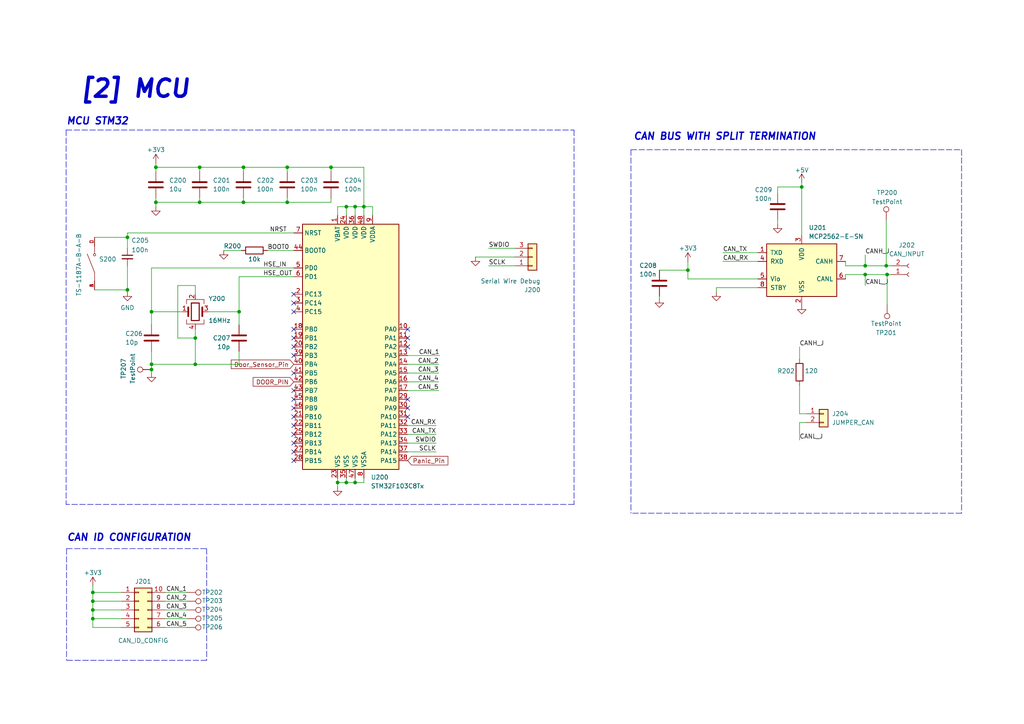
<source format=kicad_sch>
(kicad_sch (version 20211123) (generator eeschema)
  (paper "A4")
  (lib_symbols
    (symbol "Connector:Conn_01x02_Female" (pin_names (offset 1.016) hide)
      (property "Reference" "J" (at 0 2.54 0))
      (property "Value" "Conn_01x02_Female" (at 0 -5.08 0))
      (symbol "Conn_01x02_Female_1_1"
        (arc (start 0 -2.032) (mid -0.508 -2.54) (end 0 -3.048) (stroke (width 0.1524)))
        (polyline (pts (xy -1.27 -2.54) (xy -0.508 -2.54)) (stroke (width 0.1524)))
        (polyline (pts (xy -1.27 0) (xy -0.508 0)) (stroke (width 0.1524)))
        (arc (start 0 0.508) (mid -0.508 0) (end 0 -0.508) (stroke (width 0.1524)))
        (pin passive line (at -5.08 0 0) (length 3.81) (name "Pin_1") (number "1"))
        (pin passive line (at -5.08 -2.54 0) (length 3.81) (name "Pin_2") (number "2"))
      )
    )
    (symbol "Connector:TestPoint" (pin_numbers hide) (pin_names (offset 0.762) hide)
      (property "Reference" "TP" (at 0 6.858 0))
      (property "Value" "TestPoint" (at 0 5.08 0))
      (symbol "TestPoint_0_1"
        (circle (center 0 3.302) (radius 0.762))
      )
      (symbol "TestPoint_1_1"
        (pin passive line (at 0 0 90) (length 2.54) (name "1") (number "1"))
      )
    )
    (symbol "Connector_Generic:Conn_01x02" (pin_names (offset 1.016) hide)
      (property "Reference" "J" (at 0 2.54 0))
      (property "Value" "Conn_01x02" (at 0 -5.08 0))
      (symbol "Conn_01x02_1_1"
        (rectangle (start -1.27 -2.413) (end 0 -2.667) (stroke (width 0.1524)))
        (rectangle (start -1.27 0.127) (end 0 -0.127) (stroke (width 0.1524)))
        (rectangle (start -1.27 1.27) (end 1.27 -3.81) (stroke (width 0.254)) (fill (type background)))
        (pin passive line (at -5.08 0 0) (length 3.81) (name "Pin_1") (number "1"))
        (pin passive line (at -5.08 -2.54 0) (length 3.81) (name "Pin_2") (number "2"))
      )
    )
    (symbol "Connector_Generic:Conn_01x03" (pin_names (offset 1.016) hide)
      (property "Reference" "J" (at 0 5.08 0))
      (property "Value" "Conn_01x03" (at 0 -5.08 0))
      (symbol "Conn_01x03_1_1"
        (rectangle (start -1.27 -2.413) (end 0 -2.667) (stroke (width 0.1524)))
        (rectangle (start -1.27 0.127) (end 0 -0.127) (stroke (width 0.1524)))
        (rectangle (start -1.27 2.667) (end 0 2.413) (stroke (width 0.1524)))
        (rectangle (start -1.27 3.81) (end 1.27 -3.81) (stroke (width 0.254)) (fill (type background)))
        (pin passive line (at -5.08 2.54 0) (length 3.81) (name "Pin_1") (number "1"))
        (pin passive line (at -5.08 0 0) (length 3.81) (name "Pin_2") (number "2"))
        (pin passive line (at -5.08 -2.54 0) (length 3.81) (name "Pin_3") (number "3"))
      )
    )
    (symbol "Connector_Generic:Conn_02x05_Counter_Clockwise" (pin_names (offset 1.016) hide)
      (property "Reference" "J" (at 1.27 7.62 0))
      (property "Value" "Conn_02x05_Counter_Clockwise" (at 1.27 -7.62 0))
      (symbol "Conn_02x05_Counter_Clockwise_1_1"
        (rectangle (start -1.27 -4.953) (end 0 -5.207) (stroke (width 0.1524)))
        (rectangle (start -1.27 -2.413) (end 0 -2.667) (stroke (width 0.1524)))
        (rectangle (start -1.27 0.127) (end 0 -0.127) (stroke (width 0.1524)))
        (rectangle (start -1.27 2.667) (end 0 2.413) (stroke (width 0.1524)))
        (rectangle (start -1.27 5.207) (end 0 4.953) (stroke (width 0.1524)))
        (rectangle (start -1.27 6.35) (end 3.81 -6.35) (stroke (width 0.254)) (fill (type background)))
        (rectangle (start 3.81 -4.953) (end 2.54 -5.207) (stroke (width 0.1524)))
        (rectangle (start 3.81 -2.413) (end 2.54 -2.667) (stroke (width 0.1524)))
        (rectangle (start 3.81 0.127) (end 2.54 -0.127) (stroke (width 0.1524)))
        (rectangle (start 3.81 2.667) (end 2.54 2.413) (stroke (width 0.1524)))
        (rectangle (start 3.81 5.207) (end 2.54 4.953) (stroke (width 0.1524)))
        (pin passive line (at -5.08 5.08 0) (length 3.81) (name "Pin_1") (number "1"))
        (pin passive line (at 7.62 5.08 180) (length 3.81) (name "Pin_10") (number "10"))
        (pin passive line (at -5.08 2.54 0) (length 3.81) (name "Pin_2") (number "2"))
        (pin passive line (at -5.08 0 0) (length 3.81) (name "Pin_3") (number "3"))
        (pin passive line (at -5.08 -2.54 0) (length 3.81) (name "Pin_4") (number "4"))
        (pin passive line (at -5.08 -5.08 0) (length 3.81) (name "Pin_5") (number "5"))
        (pin passive line (at 7.62 -5.08 180) (length 3.81) (name "Pin_6") (number "6"))
        (pin passive line (at 7.62 -2.54 180) (length 3.81) (name "Pin_7") (number "7"))
        (pin passive line (at 7.62 0 180) (length 3.81) (name "Pin_8") (number "8"))
        (pin passive line (at 7.62 2.54 180) (length 3.81) (name "Pin_9") (number "9"))
      )
    )
    (symbol "Device:C" (pin_numbers hide) (pin_names (offset 0.254))
      (property "Reference" "C" (at 0.635 2.54 0))
      (property "Value" "C" (at 0.635 -2.54 0))
      (symbol "C_0_1"
        (polyline (pts (xy -2.032 -0.762) (xy 2.032 -0.762)) (stroke (width 0.508)))
        (polyline (pts (xy -2.032 0.762) (xy 2.032 0.762)) (stroke (width 0.508)))
      )
      (symbol "C_1_1"
        (pin passive line (at 0 3.81 270) (length 2.794) (name "~") (number "1"))
        (pin passive line (at 0 -3.81 90) (length 2.794) (name "~") (number "2"))
      )
    )
    (symbol "Device:C_Small" (pin_numbers hide) (pin_names (offset 0.254) hide)
      (property "Reference" "C" (at 0.254 1.778 0))
      (property "Value" "C_Small" (at 0.254 -2.032 0))
      (symbol "C_Small_0_1"
        (polyline (pts (xy -1.524 -0.508) (xy 1.524 -0.508)) (stroke (width 0.3302)))
        (polyline (pts (xy -1.524 0.508) (xy 1.524 0.508)) (stroke (width 0.3048)))
      )
      (symbol "C_Small_1_1"
        (pin passive line (at 0 2.54 270) (length 2.032) (name "~") (number "1"))
        (pin passive line (at 0 -2.54 90) (length 2.032) (name "~") (number "2"))
      )
    )
    (symbol "Device:Crystal_GND24" (pin_names (offset 1.016) hide)
      (property "Reference" "Y" (at 3.175 5.08 0))
      (property "Value" "Crystal_GND24" (at 3.175 3.175 0))
      (symbol "Crystal_GND24_0_1"
        (rectangle (start -1.143 2.54) (end 1.143 -2.54) (stroke (width 0.3048)))
        (polyline (pts (xy -2.54 0) (xy -2.032 0)))
        (polyline (pts (xy -2.032 -1.27) (xy -2.032 1.27)) (stroke (width 0.508)))
        (polyline (pts (xy 0 -3.81) (xy 0 -3.556)))
        (polyline (pts (xy 0 3.556) (xy 0 3.81)))
        (polyline (pts (xy 2.032 -1.27) (xy 2.032 1.27)) (stroke (width 0.508)))
        (polyline (pts (xy 2.032 0) (xy 2.54 0)))
        (polyline (pts (xy -2.54 -2.286) (xy -2.54 -3.556) (xy 2.54 -3.556) (xy 2.54 -2.286)))
        (polyline (pts (xy -2.54 2.286) (xy -2.54 3.556) (xy 2.54 3.556) (xy 2.54 2.286)))
      )
      (symbol "Crystal_GND24_1_1"
        (pin passive line (at -3.81 0 0) (length 1.27) (name "1") (number "1"))
        (pin passive line (at 0 5.08 270) (length 1.27) (name "2") (number "2"))
        (pin passive line (at 3.81 0 180) (length 1.27) (name "3") (number "3"))
        (pin passive line (at 0 -5.08 90) (length 1.27) (name "4") (number "4"))
      )
    )
    (symbol "Device:R" (pin_numbers hide) (pin_names (offset 0))
      (property "Reference" "R" (at 2.032 0 90))
      (property "Value" "R" (at 0 0 90))
      (symbol "R_0_1"
        (rectangle (start -1.016 -2.54) (end 1.016 2.54) (stroke (width 0.254)))
      )
      (symbol "R_1_1"
        (pin passive line (at 0 3.81 270) (length 1.27) (name "~") (number "1"))
        (pin passive line (at 0 -3.81 90) (length 1.27) (name "~") (number "2"))
      )
    )
    (symbol "Interface_CAN_LIN:MCP2562-E-SN" (pin_names (offset 1.016))
      (property "Reference" "U" (at -10.16 8.89 0))
      (property "Value" "MCP2562-E-SN" (at 2.54 8.89 0))
      (symbol "MCP2562-E-SN_0_1"
        (rectangle (start -10.16 7.62) (end 10.16 -7.62) (stroke (width 0.254)) (fill (type background)))
      )
      (symbol "MCP2562-E-SN_1_1"
        (pin input line (at -12.7 5.08 0) (length 2.54) (name "TXD") (number "1"))
        (pin power_in line (at 0 -10.16 90) (length 2.54) (name "VSS") (number "2"))
        (pin power_in line (at 0 10.16 270) (length 2.54) (name "VDD") (number "3"))
        (pin output line (at -12.7 2.54 0) (length 2.54) (name "RXD") (number "4"))
        (pin power_in line (at -12.7 -2.54 0) (length 2.54) (name "Vio") (number "5"))
        (pin bidirectional line (at 12.7 -2.54 180) (length 2.54) (name "CANL") (number "6"))
        (pin bidirectional line (at 12.7 2.54 180) (length 2.54) (name "CANH") (number "7"))
        (pin input line (at -12.7 -5.08 0) (length 2.54) (name "STBY") (number "8"))
      )
    )
    (symbol "MCU_ST_STM32F1:STM32F103C8Tx"
      (property "Reference" "U" (at -15.24 36.83 0))
      (property "Value" "STM32F103C8Tx" (at 7.62 36.83 0))
      (symbol "STM32F103C8Tx_0_1"
        (rectangle (start -15.24 -35.56) (end 12.7 35.56) (stroke (width 0.254)) (fill (type background)))
      )
      (symbol "STM32F103C8Tx_1_1"
        (pin power_in line (at -5.08 38.1 270) (length 2.54) (name "VBAT") (number "1"))
        (pin bidirectional line (at 15.24 5.08 180) (length 2.54) (name "PA0") (number "10"))
        (pin bidirectional line (at 15.24 2.54 180) (length 2.54) (name "PA1") (number "11"))
        (pin bidirectional line (at 15.24 0 180) (length 2.54) (name "PA2") (number "12"))
        (pin bidirectional line (at 15.24 -2.54 180) (length 2.54) (name "PA3") (number "13"))
        (pin bidirectional line (at 15.24 -5.08 180) (length 2.54) (name "PA4") (number "14"))
        (pin bidirectional line (at 15.24 -7.62 180) (length 2.54) (name "PA5") (number "15"))
        (pin bidirectional line (at 15.24 -10.16 180) (length 2.54) (name "PA6") (number "16"))
        (pin bidirectional line (at 15.24 -12.7 180) (length 2.54) (name "PA7") (number "17"))
        (pin bidirectional line (at -17.78 5.08 0) (length 2.54) (name "PB0") (number "18"))
        (pin bidirectional line (at -17.78 2.54 0) (length 2.54) (name "PB1") (number "19"))
        (pin bidirectional line (at -17.78 15.24 0) (length 2.54) (name "PC13") (number "2"))
        (pin bidirectional line (at -17.78 0 0) (length 2.54) (name "PB2") (number "20"))
        (pin bidirectional line (at -17.78 -20.32 0) (length 2.54) (name "PB10") (number "21"))
        (pin bidirectional line (at -17.78 -22.86 0) (length 2.54) (name "PB11") (number "22"))
        (pin power_in line (at -5.08 -38.1 90) (length 2.54) (name "VSS") (number "23"))
        (pin power_in line (at -2.54 38.1 270) (length 2.54) (name "VDD") (number "24"))
        (pin bidirectional line (at -17.78 -25.4 0) (length 2.54) (name "PB12") (number "25"))
        (pin bidirectional line (at -17.78 -27.94 0) (length 2.54) (name "PB13") (number "26"))
        (pin bidirectional line (at -17.78 -30.48 0) (length 2.54) (name "PB14") (number "27"))
        (pin bidirectional line (at -17.78 -33.02 0) (length 2.54) (name "PB15") (number "28"))
        (pin bidirectional line (at 15.24 -15.24 180) (length 2.54) (name "PA8") (number "29"))
        (pin bidirectional line (at -17.78 12.7 0) (length 2.54) (name "PC14") (number "3"))
        (pin bidirectional line (at 15.24 -17.78 180) (length 2.54) (name "PA9") (number "30"))
        (pin bidirectional line (at 15.24 -20.32 180) (length 2.54) (name "PA10") (number "31"))
        (pin bidirectional line (at 15.24 -22.86 180) (length 2.54) (name "PA11") (number "32"))
        (pin bidirectional line (at 15.24 -25.4 180) (length 2.54) (name "PA12") (number "33"))
        (pin bidirectional line (at 15.24 -27.94 180) (length 2.54) (name "PA13") (number "34"))
        (pin power_in line (at -2.54 -38.1 90) (length 2.54) (name "VSS") (number "35"))
        (pin power_in line (at 0 38.1 270) (length 2.54) (name "VDD") (number "36"))
        (pin bidirectional line (at 15.24 -30.48 180) (length 2.54) (name "PA14") (number "37"))
        (pin bidirectional line (at 15.24 -33.02 180) (length 2.54) (name "PA15") (number "38"))
        (pin bidirectional line (at -17.78 -2.54 0) (length 2.54) (name "PB3") (number "39"))
        (pin bidirectional line (at -17.78 10.16 0) (length 2.54) (name "PC15") (number "4"))
        (pin bidirectional line (at -17.78 -5.08 0) (length 2.54) (name "PB4") (number "40"))
        (pin bidirectional line (at -17.78 -7.62 0) (length 2.54) (name "PB5") (number "41"))
        (pin bidirectional line (at -17.78 -10.16 0) (length 2.54) (name "PB6") (number "42"))
        (pin bidirectional line (at -17.78 -12.7 0) (length 2.54) (name "PB7") (number "43"))
        (pin input line (at -17.78 27.94 0) (length 2.54) (name "BOOT0") (number "44"))
        (pin bidirectional line (at -17.78 -15.24 0) (length 2.54) (name "PB8") (number "45"))
        (pin bidirectional line (at -17.78 -17.78 0) (length 2.54) (name "PB9") (number "46"))
        (pin power_in line (at 0 -38.1 90) (length 2.54) (name "VSS") (number "47"))
        (pin power_in line (at 2.54 38.1 270) (length 2.54) (name "VDD") (number "48"))
        (pin input line (at -17.78 22.86 0) (length 2.54) (name "PD0") (number "5"))
        (pin input line (at -17.78 20.32 0) (length 2.54) (name "PD1") (number "6"))
        (pin input line (at -17.78 33.02 0) (length 2.54) (name "NRST") (number "7"))
        (pin power_in line (at 2.54 -38.1 90) (length 2.54) (name "VSSA") (number "8"))
        (pin power_in line (at 5.08 38.1 270) (length 2.54) (name "VDDA") (number "9"))
      )
    )
    (symbol "SWITCH_SMD:TS-1187A-B-A-B" (pin_names (offset 1.016))
      (property "Reference" "S" (at -2.54 2.54 0))
      (property "Value" "TS-1187A-B-A-B" (at -2.54 -2.54 0))
      (symbol "TS-1187A-B-A-B_0_0"
        (polyline (pts (xy -2.54 0) (xy -5.08 0)) (stroke (width 0.1524)))
        (polyline (pts (xy -2.54 0) (xy 2.794 2.1336)) (stroke (width 0.1524)))
        (polyline (pts (xy 5.08 0) (xy 2.921 0)) (stroke (width 0.1524)))
        (circle (center 2.54 0) (radius 0.3302) (stroke (width 0.1524)))
        (pin passive line (at -7.62 0 0) (length 2.54) (name "~") (number "A"))
        (pin passive line (at -7.62 0 0) (length 2.54) (name "~") (number "B"))
        (pin passive line (at 7.62 0 180) (length 2.54) (name "~") (number "C"))
        (pin passive line (at 7.62 0 180) (length 2.54) (name "~") (number "D"))
      )
    )
    (symbol "power:+3V3" (power) (pin_names (offset 0))
      (property "Value" "+3V3" (at 0 3.556 0))
      (symbol "+3V3_0_1"
        (polyline (pts (xy -0.762 1.27) (xy 0 2.54)))
        (polyline (pts (xy 0 0) (xy 0 2.54)))
        (polyline (pts (xy 0 2.54) (xy 0.762 1.27)))
      )
      (symbol "+3V3_1_1"
        (pin power_in line (at 0 0 90) (length 0) hide (name "+3V3") (number "1"))
      )
    )
    (symbol "power:+5V" (power) (pin_names (offset 0))
      (property "Value" "+5V" (at 0 3.556 0))
      (symbol "+5V_0_1"
        (polyline (pts (xy -0.762 1.27) (xy 0 2.54)))
        (polyline (pts (xy 0 0) (xy 0 2.54)))
        (polyline (pts (xy 0 2.54) (xy 0.762 1.27)))
      )
      (symbol "+5V_1_1"
        (pin power_in line (at 0 0 90) (length 0) hide (name "+5V") (number "1"))
      )
    )
    (symbol "power:GND" (power) (pin_names (offset 0))
      (property "Value" "GND" (at 0 -3.81 0))
      (symbol "GND_0_1"
        (polyline (pts (xy 0 0) (xy 0 -1.27) (xy 1.27 -1.27) (xy 0 -2.54) (xy -1.27 -1.27) (xy 0 -1.27)))
      )
      (symbol "GND_1_1"
        (pin power_in line (at 0 0 270) (length 0) hide (name "GND") (number "1"))
      )
    )
  )
  (junction (at 43.942 107.188))
  (junction (at 232.537 54.229))
  (junction (at 43.942 105.664))
  (junction (at 96.012 48.514))
  (junction (at 250.952 77.089))
  (junction (at 97.917 139.954))
  (junction (at 257.302 79.629))
  (junction (at 26.924 174.371))
  (junction (at 43.942 90.424))
  (junction (at 100.457 139.954))
  (junction (at 250.952 79.629))
  (junction (at 102.997 139.954))
  (junction (at 36.957 84.074))
  (junction (at 105.537 59.944))
  (junction (at 57.912 58.674))
  (junction (at 199.517 78.359))
  (junction (at 257.048 77.089))
  (junction (at 70.612 58.674))
  (junction (at 45.212 58.674))
  (junction (at 26.924 179.451))
  (junction (at 26.924 171.831))
  (junction (at 100.457 59.944))
  (junction (at 83.312 48.514))
  (junction (at 102.997 59.944))
  (junction (at 56.642 105.664))
  (junction (at 56.642 98.044))
  (junction (at 45.212 48.514))
  (junction (at 57.912 48.514))
  (junction (at 26.924 176.911))
  (junction (at 36.957 68.834))
  (junction (at 70.612 48.514))
  (junction (at 69.342 90.424))
  (junction (at 83.312 58.674))
  (no_connect (at 85.217 103.124))
  (no_connect (at 118.237 120.904))
  (no_connect (at 85.217 128.524))
  (no_connect (at 85.217 133.604))
  (no_connect (at 85.217 98.044))
  (no_connect (at 85.217 100.584))
  (no_connect (at 85.217 87.884))
  (no_connect (at 118.237 118.364))
  (no_connect (at 85.217 131.064))
  (no_connect (at 85.217 85.344))
  (no_connect (at 85.217 113.284))
  (no_connect (at 85.217 115.824))
  (no_connect (at 85.217 90.424))
  (no_connect (at 118.237 98.044))
  (no_connect (at 118.237 115.824))
  (no_connect (at 85.217 120.904))
  (no_connect (at 118.237 100.584))
  (no_connect (at 118.237 95.504))
  (no_connect (at 85.217 118.364))
  (no_connect (at 85.217 123.444))
  (no_connect (at 85.217 95.504))
  (no_connect (at 85.217 125.984))
  (no_connect (at 85.217 108.204))
  (wire (pts (xy 83.312 49.784) (xy 83.312 48.514)))
  (wire (pts (xy 137.922 74.549) (xy 149.352 74.549)))
  (wire (pts (xy 102.997 59.944) (xy 105.537 59.944)))
  (wire (pts (xy 26.924 181.991) (xy 26.924 179.451)))
  (wire (pts (xy 47.879 171.831) (xy 54.229 171.831)))
  (wire (pts (xy 250.952 79.629) (xy 257.302 79.629)))
  (wire (pts (xy 57.912 49.784) (xy 57.912 48.514)))
  (wire (pts (xy 96.012 48.514) (xy 105.537 48.514)))
  (wire (pts (xy 231.902 111.76) (xy 231.902 120.015)))
  (wire (pts (xy 257.302 79.629) (xy 257.302 88.392)))
  (wire (pts (xy 141.732 72.009) (xy 149.352 72.009)))
  (wire (pts (xy 26.924 176.911) (xy 35.179 176.911)))
  (polyline (pts (xy 59.944 191.516) (xy 19.304 191.516)))
  (wire (pts (xy 97.917 139.954) (xy 97.917 141.224)))
  (polyline (pts (xy 59.944 159.131) (xy 59.944 191.516)))
  (wire (pts (xy 258.572 77.089) (xy 257.048 77.089)))
  (wire (pts (xy 26.924 179.451) (xy 35.179 179.451)))
  (wire (pts (xy 51.562 98.044) (xy 56.642 98.044)))
  (wire (pts (xy 47.879 181.991) (xy 54.229 181.991)))
  (wire (pts (xy 45.212 58.674) (xy 57.912 58.674)))
  (wire (pts (xy 43.942 107.188) (xy 43.942 105.664)))
  (wire (pts (xy 36.957 67.564) (xy 85.217 67.564)))
  (wire (pts (xy 250.952 77.089) (xy 245.237 77.089)))
  (wire (pts (xy 105.537 48.514) (xy 105.537 59.944)))
  (polyline (pts (xy 19.177 37.719) (xy 166.497 37.719)))
  (wire (pts (xy 36.957 84.074) (xy 36.957 84.709)))
  (wire (pts (xy 191.262 85.979) (xy 191.262 86.614)))
  (polyline (pts (xy 19.304 159.131) (xy 59.944 159.131)))
  (wire (pts (xy 43.942 77.724) (xy 85.217 77.724)))
  (wire (pts (xy 118.237 125.984) (xy 126.492 125.984)))
  (wire (pts (xy 77.597 72.644) (xy 85.217 72.644)))
  (wire (pts (xy 225.552 56.134) (xy 225.552 54.229)))
  (wire (pts (xy 105.537 59.944) (xy 105.537 62.484)))
  (wire (pts (xy 57.912 48.514) (xy 45.212 48.514)))
  (polyline (pts (xy 183.007 43.434) (xy 278.892 43.434)))
  (wire (pts (xy 97.917 139.954) (xy 100.457 139.954)))
  (wire (pts (xy 69.342 105.664) (xy 69.342 101.854)))
  (wire (pts (xy 232.537 54.229) (xy 232.537 68.199)))
  (wire (pts (xy 225.552 54.229) (xy 232.537 54.229)))
  (wire (pts (xy 245.237 79.629) (xy 250.952 79.629)))
  (wire (pts (xy 141.732 77.089) (xy 149.352 77.089)))
  (wire (pts (xy 100.457 138.684) (xy 100.457 139.954)))
  (wire (pts (xy 45.212 58.674) (xy 45.212 57.404)))
  (wire (pts (xy 27.432 68.834) (xy 36.957 68.834)))
  (wire (pts (xy 83.312 58.674) (xy 96.012 58.674)))
  (wire (pts (xy 57.912 58.674) (xy 70.612 58.674)))
  (wire (pts (xy 245.237 77.089) (xy 245.237 75.819)))
  (wire (pts (xy 83.312 48.514) (xy 96.012 48.514)))
  (polyline (pts (xy 166.497 37.719) (xy 166.497 146.304)))
  (wire (pts (xy 118.237 110.744) (xy 127.254 110.744)))
  (wire (pts (xy 26.924 171.831) (xy 35.179 171.831)))
  (wire (pts (xy 26.924 171.831) (xy 26.924 169.926)))
  (wire (pts (xy 105.537 139.954) (xy 102.997 139.954)))
  (wire (pts (xy 231.902 127.635) (xy 231.902 122.555)))
  (wire (pts (xy 245.237 80.899) (xy 245.237 79.629)))
  (wire (pts (xy 45.212 48.514) (xy 45.212 47.244)))
  (wire (pts (xy 118.237 105.664) (xy 127.254 105.664)))
  (wire (pts (xy 118.237 108.204) (xy 127.254 108.204)))
  (wire (pts (xy 97.917 138.684) (xy 97.917 139.954)))
  (wire (pts (xy 56.642 98.044) (xy 56.642 105.664)))
  (wire (pts (xy 118.237 123.444) (xy 126.492 123.444)))
  (wire (pts (xy 108.077 62.484) (xy 108.077 59.944)))
  (wire (pts (xy 57.912 57.404) (xy 57.912 58.674)))
  (wire (pts (xy 26.924 174.371) (xy 26.924 171.831)))
  (wire (pts (xy 96.012 58.674) (xy 96.012 57.404)))
  (wire (pts (xy 97.917 59.944) (xy 100.457 59.944)))
  (wire (pts (xy 199.517 80.899) (xy 219.837 80.899)))
  (wire (pts (xy 257.048 64.008) (xy 257.048 77.089)))
  (wire (pts (xy 102.997 139.954) (xy 100.457 139.954)))
  (wire (pts (xy 207.772 83.439) (xy 207.772 84.709)))
  (wire (pts (xy 100.457 59.944) (xy 102.997 59.944)))
  (wire (pts (xy 231.902 120.015) (xy 233.807 120.015)))
  (wire (pts (xy 250.952 73.914) (xy 250.952 77.089)))
  (wire (pts (xy 26.924 179.451) (xy 26.924 176.911)))
  (wire (pts (xy 102.997 62.484) (xy 102.997 59.944)))
  (wire (pts (xy 26.924 174.371) (xy 35.179 174.371)))
  (wire (pts (xy 100.457 62.484) (xy 100.457 59.944)))
  (wire (pts (xy 36.957 68.834) (xy 36.957 72.009)))
  (wire (pts (xy 43.942 105.664) (xy 43.942 101.854)))
  (wire (pts (xy 118.237 103.124) (xy 127.508 103.124)))
  (wire (pts (xy 250.952 79.629) (xy 250.952 82.804)))
  (wire (pts (xy 56.642 95.504) (xy 56.642 98.044)))
  (wire (pts (xy 225.552 63.754) (xy 225.552 65.024)))
  (wire (pts (xy 69.342 94.234) (xy 69.342 90.424)))
  (wire (pts (xy 47.879 176.911) (xy 54.229 176.911)))
  (wire (pts (xy 43.942 77.724) (xy 43.942 90.424)))
  (wire (pts (xy 70.612 49.784) (xy 70.612 48.514)))
  (wire (pts (xy 219.837 83.439) (xy 207.772 83.439)))
  (wire (pts (xy 56.642 85.344) (xy 56.642 82.804)))
  (polyline (pts (xy 183.007 43.434) (xy 183.007 148.844)))
  (wire (pts (xy 43.942 94.234) (xy 43.942 90.424)))
  (wire (pts (xy 231.902 122.555) (xy 233.807 122.555)))
  (wire (pts (xy 51.562 82.804) (xy 51.562 98.044)))
  (wire (pts (xy 199.517 78.359) (xy 199.517 75.819)))
  (wire (pts (xy 36.957 67.564) (xy 36.957 68.834)))
  (wire (pts (xy 47.879 179.451) (xy 54.229 179.451)))
  (polyline (pts (xy 19.177 37.719) (xy 19.177 146.304)))
  (wire (pts (xy 47.879 174.371) (xy 54.229 174.371)))
  (wire (pts (xy 69.342 80.264) (xy 69.342 90.424)))
  (wire (pts (xy 97.917 62.484) (xy 97.917 59.944)))
  (polyline (pts (xy 278.892 148.844) (xy 183.007 148.844)))
  (wire (pts (xy 191.262 78.359) (xy 199.517 78.359)))
  (wire (pts (xy 105.537 138.684) (xy 105.537 139.954)))
  (wire (pts (xy 43.942 108.204) (xy 43.942 107.188)))
  (wire (pts (xy 43.942 105.664) (xy 56.642 105.664)))
  (wire (pts (xy 56.642 82.804) (xy 51.562 82.804)))
  (wire (pts (xy 118.237 113.284) (xy 127.254 113.284)))
  (wire (pts (xy 36.957 77.089) (xy 36.957 84.074)))
  (wire (pts (xy 27.432 84.074) (xy 36.957 84.074)))
  (wire (pts (xy 70.612 48.514) (xy 57.912 48.514)))
  (wire (pts (xy 257.302 79.629) (xy 258.572 79.629)))
  (wire (pts (xy 102.997 138.684) (xy 102.997 139.954)))
  (wire (pts (xy 45.212 48.514) (xy 45.212 49.784)))
  (wire (pts (xy 209.677 75.819) (xy 219.837 75.819)))
  (wire (pts (xy 108.077 59.944) (xy 105.537 59.944)))
  (wire (pts (xy 64.897 72.644) (xy 69.977 72.644)))
  (wire (pts (xy 35.179 181.991) (xy 26.924 181.991)))
  (wire (pts (xy 70.612 58.674) (xy 83.312 58.674)))
  (wire (pts (xy 83.312 48.514) (xy 70.612 48.514)))
  (wire (pts (xy 118.237 128.524) (xy 126.492 128.524)))
  (polyline (pts (xy 166.497 146.304) (xy 19.177 146.304)))
  (wire (pts (xy 43.942 90.424) (xy 52.832 90.424)))
  (wire (pts (xy 96.012 49.784) (xy 96.012 48.514)))
  (wire (pts (xy 232.537 52.959) (xy 232.537 54.229)))
  (polyline (pts (xy 278.892 43.434) (xy 278.892 148.844)))
  (polyline (pts (xy 19.304 159.131) (xy 19.304 191.516)))
  (wire (pts (xy 257.048 77.089) (xy 250.952 77.089)))
  (wire (pts (xy 199.517 80.899) (xy 199.517 78.359)))
  (wire (pts (xy 231.902 104.14) (xy 231.902 100.584)))
  (wire (pts (xy 45.212 59.944) (xy 45.212 58.674)))
  (wire (pts (xy 69.342 80.264) (xy 85.217 80.264)))
  (wire (pts (xy 69.342 90.424) (xy 60.452 90.424)))
  (wire (pts (xy 83.312 57.404) (xy 83.312 58.674)))
  (wire (pts (xy 26.924 176.911) (xy 26.924 174.371)))
  (wire (pts (xy 56.642 105.664) (xy 69.342 105.664)))
  (wire (pts (xy 118.237 131.064) (xy 126.492 131.064)))
  (wire (pts (xy 70.612 57.404) (xy 70.612 58.674)))
  (wire (pts (xy 209.677 73.279) (xy 219.837 73.279)))
  (text "[2] MCU" (at 22.987 28.829 0) (effects (font (size 5.0038 5.0038) (thickness 1.0008) bold italic) (justify left bottom)))
  (text "MCU STM32" (at 19.177 36.449 0) (effects (font (size 2.032 2.032) (thickness 0.4064) bold italic) (justify left bottom)))
  (text "CAN ID CONFIGURATION" (at 19.304 157.226 0) (effects (font (size 2.032 2.032) (thickness 0.4064) bold italic) (justify left bottom)))
  (text "CAN BUS WITH SPLIT TERMINATION" (at 183.642 40.894 0) (effects (font (size 2.032 2.032) (thickness 0.4064) bold italic) (justify left bottom)))
  (label "CAN_1" (at 54.229 171.831 180))
  (label "CAN_1" (at 127.508 103.124 180))
  (label "CAN_5" (at 127.254 113.284 180))
  (label "CANL_J" (at 231.902 127.635 0))
  (label "CAN_TX" (at 126.492 125.984 180))
  (label "SCLK" (at 126.492 131.064 180))
  (label "CAN_RX" (at 126.492 123.444 180))
  (label "CANH_J" (at 250.952 73.914 0))
  (label "SCLK" (at 141.732 77.089 0))
  (label "BOOT0" (at 77.597 72.644 0))
  (label "SWDIO" (at 141.732 72.009 0))
  (label "CANH_J" (at 231.902 100.584 0))
  (label "HSE_IN" (at 76.327 77.724 0))
  (label "SWDIO" (at 126.492 128.524 180))
  (label "CAN_TX" (at 209.677 73.279 0))
  (label "CAN_4" (at 127.254 110.744 180))
  (label "CANL_J" (at 250.952 82.804 0))
  (label "HSE_OUT" (at 76.327 80.264 0))
  (label "NRST" (at 78.232 67.564 0))
  (label "CAN_2" (at 127.254 105.664 180))
  (label "CAN_3" (at 54.229 176.911 180))
  (label "CAN_RX" (at 209.677 75.819 0))
  (label "CAN_4" (at 54.229 179.451 180))
  (label "CAN_5" (at 54.229 181.991 180))
  (label "CAN_2" (at 54.229 174.371 180))
  (label "CAN_3" (at 127.254 108.204 180))
  (global_label "Door_Sensor_Pin" (shape input) (at 85.217 105.664 180) (property "Intersheet References" "${INTERSHEET_REFS}" (effects hide)))
  (global_label "Panic_Pin" (shape input) (at 118.237 133.604 0) (property "Intersheet References" "${INTERSHEET_REFS}" (effects hide)))
  (global_label "DOOR_PIN" (shape input) (at 85.217 110.744 180) (property "Intersheet References" "${INTERSHEET_REFS}" (effects hide)))
  (symbol (lib_id "power:GND") (at 64.897 72.644 0) (unit 1)
    (property "Reference" "#PWR0113" (effects hide))
    (property "Value" "GND" (effects hide))
  )
  (symbol (lib_id "Device:C") (at 191.262 82.169 0) (unit 1)
    (property "Reference" "C208" (at 185.42 77.0128 0) (effects (justify left)))
    (property "Value" "100n" (at 185.42 79.5528 0) (effects (justify left)))
    (property "Footprint" "Capacitor_SMD:C_0402_1005Metric" (effects hide))
    (property "LCSC" "C1525" (effects hide))
  )
  (symbol (lib_id "Connector:TestPoint") (at 257.302 88.392 180) (unit 1)
    (property "Reference" "TP201" (at 260.096 96.52 0) (effects (justify left)))
    (property "Value" "TestPoint" (at 261.493 93.853 0) (effects (justify left)))
    (property "Footprint" "TestPoint:TestPoint_Pad_D2.0mm" (effects hide))
  )
  (symbol (lib_id "power:+3V3") (at 26.924 169.926 0) (unit 1)
    (property "Reference" "#PWR0112" (effects hide))
    (property "Value" "+3V3" (at 26.924 166.116 0))
  )
  (symbol (lib_id "power:+5V") (at 232.537 52.959 0) (unit 1)
    (property "Reference" "#PWR0121" (effects hide))
    (property "Value" "+5V" (at 232.537 49.3545 0))
  )
  (symbol (lib_id "Device:C_Small") (at 36.957 74.549 0) (unit 1)
    (property "Reference" "C205" (at 38.1 69.723 0) (effects (justify left)))
    (property "Value" "100n" (at 38.1 72.4981 0) (effects (justify left)))
    (property "Footprint" "Capacitor_SMD:C_0402_1005Metric" (effects hide))
    (property "LCSC" "C1525" (effects hide))
  )
  (symbol (lib_id "power:GND") (at 36.957 84.709 0) (unit 1)
    (property "Reference" "#PWR0116" (effects hide))
    (property "Value" "GND" (at 36.957 89.2715 0))
  )
  (symbol (lib_id "Device:C") (at 225.552 59.944 0) (unit 1)
    (property "Reference" "C209" (at 218.8972 55.0672 0) (effects (justify left)))
    (property "Value" "100n" (at 218.8972 57.6072 0) (effects (justify left)))
    (property "Footprint" "Capacitor_SMD:C_0402_1005Metric" (effects hide))
    (property "LCSC" "C1525" (effects hide))
  )
  (symbol (lib_id "Device:C") (at 43.942 98.044 0) (unit 1)
    (property "Reference" "C206" (at 36.322 96.774 0) (effects (justify left)))
    (property "Value" "10p" (at 36.322 99.314 0) (effects (justify left)))
    (property "Footprint" "Capacitor_SMD:C_0402_1005Metric" (effects hide))
    (property "LCSC" "C32949" (effects hide))
  )
  (symbol (lib_id "Device:R") (at 73.787 72.644 270) (unit 1)
    (property "Reference" "R200" (at 67.437 71.374 90))
    (property "Value" "10k" (at 73.787 75.184 90))
    (property "Footprint" "Resistor_SMD:R_0402_1005Metric" (effects hide))
    (property "LCSC" "C25744" (effects hide))
  )
  (symbol (lib_id "power:+3V3") (at 199.517 75.819 0) (mirror y) (unit 1)
    (property "Reference" "#PWR0122" (effects hide))
    (property "Value" "+3V3" (at 199.517 72.009 0))
  )
  (symbol (lib_id "Connector:TestPoint") (at 54.229 171.831 270) (unit 1)
    (property "Reference" "TP202" (at 58.547 171.831 90) (effects (justify left)))
    (property "Value" "TestPoint" (effects hide))
    (property "Footprint" "TestPoint:TestPoint_Pad_D2.0mm" (effects hide))
  )
  (symbol (lib_id "Device:R") (at 231.902 107.95 0) (unit 1)
    (property "Reference" "R202" (at 227.9904 107.6198 0))
    (property "Value" "120" (at 235.331 107.569 0))
    (property "Footprint" "Resistor_SMD:R_0805_2012Metric" (effects hide))
    (property "LCSC" "C17437" (effects hide))
  )
  (symbol (lib_id "Connector_Generic:Conn_02x05_Counter_Clockwise") (at 40.259 176.911 0) (unit 1)
    (property "Reference" "J201" (at 41.529 168.656 0))
    (property "Value" "CAN_ID_CONFIG" (at 41.529 185.801 0))
    (property "Footprint" "Button_Switch_THT:SW_DIP_SPSTx05_Slide_9.78x14.88mm_W7.62mm_P2.54mm" (effects hide))
  )
  (symbol (lib_id "power:GND") (at 45.212 59.944 0) (unit 1)
    (property "Reference" "#PWR0114" (effects hide))
    (property "Value" "GND" (effects hide))
  )
  (symbol (lib_id "Connector:TestPoint") (at 54.229 174.371 270) (unit 1)
    (property "Reference" "TP203" (at 58.547 174.244 90) (effects (justify left)))
    (property "Value" "TestPoint" (effects hide))
    (property "Footprint" "TestPoint:TestPoint_Pad_D2.0mm" (effects hide))
  )
  (symbol (lib_id "power:GND") (at 137.922 74.549 0) (mirror y) (unit 1)
    (property "Reference" "#PWR0126" (effects hide))
    (property "Value" "GND" (effects hide))
  )
  (symbol (lib_id "power:GND") (at 97.917 141.224 0) (mirror y) (unit 1)
    (property "Reference" "#PWR0125" (effects hide))
    (property "Value" "GND" (effects hide))
  )
  (symbol (lib_id "Device:C") (at 45.212 53.594 0) (unit 1)
    (property "Reference" "C200" (at 49.022 52.324 0) (effects (justify left)))
    (property "Value" "10u" (at 49.022 54.864 0) (effects (justify left)))
    (property "Footprint" "Capacitor_SMD:C_0603_1608Metric" (effects hide))
    (property "LCSC" "C19702" (effects hide))
  )
  (symbol (lib_id "Device:C") (at 83.312 53.594 0) (unit 1)
    (property "Reference" "C203" (at 87.122 52.324 0) (effects (justify left)))
    (property "Value" "100n" (at 87.122 54.864 0) (effects (justify left)))
    (property "Footprint" "Capacitor_SMD:C_0402_1005Metric" (effects hide))
    (property "LCSC" "C1525" (effects hide))
  )
  (symbol (lib_id "Connector:TestPoint") (at 54.229 181.991 270) (unit 1)
    (property "Reference" "TP206" (at 58.547 181.864 90) (effects (justify left)))
    (property "Value" "TestPoint" (effects hide))
    (property "Footprint" "TestPoint:TestPoint_Pad_D2.0mm" (effects hide))
  )
  (symbol (lib_id "Connector:TestPoint") (at 43.942 107.188 90) (unit 1)
    (property "Reference" "TP207" (at 35.814 109.982 0) (effects (justify left)))
    (property "Value" "TestPoint" (at 38.481 111.379 0) (effects (justify left)))
    (property "Footprint" "TestPoint:TestPoint_Pad_D2.0mm" (effects hide))
  )
  (symbol (lib_id "power:+3V3") (at 45.212 47.244 0) (unit 1)
    (property "Reference" "#PWR0117" (effects hide))
    (property "Value" "+3V3" (at 45.212 43.434 0))
  )
  (symbol (lib_id "power:GND") (at 225.552 65.024 0) (mirror y) (unit 1)
    (property "Reference" "#PWR0120" (effects hide))
    (property "Value" "GND" (effects hide))
  )
  (symbol (lib_id "power:GND") (at 207.772 84.709 0) (mirror y) (unit 1)
    (property "Reference" "#PWR0124" (effects hide))
    (property "Value" "GND" (effects hide))
  )
  (symbol (lib_id "Device:C") (at 57.912 53.594 0) (unit 1)
    (property "Reference" "C201" (at 61.722 52.324 0) (effects (justify left)))
    (property "Value" "100n" (at 61.722 54.864 0) (effects (justify left)))
    (property "Footprint" "Capacitor_SMD:C_0402_1005Metric" (effects hide))
    (property "LCSC" "C1525" (effects hide))
  )
  (symbol (lib_id "Connector:TestPoint") (at 257.048 64.008 0) (unit 1)
    (property "Reference" "TP200" (at 254.254 55.88 0) (effects (justify left)))
    (property "Value" "TestPoint" (at 252.857 58.547 0) (effects (justify left)))
    (property "Footprint" "TestPoint:TestPoint_Pad_D2.0mm" (effects hide))
  )
  (symbol (lib_id "Connector:TestPoint") (at 54.229 179.451 270) (unit 1)
    (property "Reference" "TP205" (at 58.547 179.324 90) (effects (justify left)))
    (property "Value" "TestPoint" (effects hide))
    (property "Footprint" "TestPoint:TestPoint_Pad_D2.0mm" (effects hide))
  )
  (symbol (lib_id "power:GND") (at 232.537 88.519 0) (mirror y) (unit 1)
    (property "Reference" "#PWR0119" (effects hide))
    (property "Value" "GND" (effects hide))
  )
  (symbol (lib_id "SWITCH_SMD:TS-1187A-B-A-B") (at 27.432 76.454 90) (unit 1)
    (property "Reference" "S200" (at 28.702 75.1839 90) (effects (justify right)))
    (property "Value" "TS-1187A-B-A-B" (at 22.86 67.691 0) (effects (justify right)))
    (property "Footprint" "Jose_:SWITCH_SMD" (effects hide))
    (property "LCSC" "C318884" (effects hide))
  )
  (symbol (lib_id "Connector_Generic:Conn_01x03") (at 154.432 74.549 0) (mirror x) (unit 1)
    (property "Reference" "J200" (at 154.432 84.074 0))
    (property "Value" "Serial Wire Debug" (at 148.082 81.534 0))
    (property "Footprint" "Connector_PinSocket_2.54mm:PinSocket_1x03_P2.54mm_Vertical" (effects hide))
  )
  (symbol (lib_id "Device:C") (at 69.342 98.044 0) (unit 1)
    (property "Reference" "C207" (at 61.722 98.044 0) (effects (justify left)))
    (property "Value" "10p" (at 62.992 100.584 0) (effects (justify left)))
    (property "Footprint" "Capacitor_SMD:C_0402_1005Metric" (effects hide))
    (property "LCSC" "C32949" (effects hide))
  )
  (symbol (lib_id "Connector_Generic:Conn_01x02") (at 238.887 120.015 0) (unit 1)
    (property "Reference" "J204" (at 241.3 120.0149 0) (effects (justify left)))
    (property "Value" "JUMPER_CAN" (at 241.3 122.5549 0) (effects (justify left)))
    (property "Footprint" "Connector_PinHeader_2.54mm:PinHeader_1x02_P2.54mm_Vertical" (effects hide))
  )
  (symbol (lib_id "Connector:Conn_01x02_Female") (at 263.652 79.629 0) (mirror x) (unit 1)
    (property "Reference" "J202" (at 263.017 71.12 0))
    (property "Value" "CAN_INPUT" (at 263.017 73.66 0))
    (property "Footprint" "Connector_Phoenix_MSTB:PhoenixContact_MSTBA_2,5_2-G-5,08_1x02_P5.08mm_Horizontal" (effects hide))
  )
  (symbol (lib_id "Interface_CAN_LIN:MCP2562-E-SN") (at 232.537 78.359 0) (unit 1)
    (property "Reference" "U201" (at 234.5564 66.04 0) (effects (justify left)))
    (property "Value" "MCP2562-E-SN" (at 234.5564 68.58 0) (effects (justify left)))
    (property "Footprint" "Package_SO:SOIC-8_3.9x4.9mm_P1.27mm" (effects hide))
    (property "Datasheet" "http://ww1.microchip.com/downloads/en/DeviceDoc/25167A.pdf" (effects hide))
    (property "LCSC" "C191417" (effects hide))
  )
  (symbol (lib_id "MCU_ST_STM32F1:STM32F103C8Tx") (at 102.997 100.584 0) (unit 1)
    (property "Reference" "U200" (at 107.5564 138.43 0) (effects (justify left)))
    (property "Value" "STM32F103C8Tx" (at 107.5564 140.97 0) (effects (justify left)))
    (property "Footprint" "Package_QFP:LQFP-48_7x7mm_P0.5mm" (effects hide))
    (property "Datasheet" "http://www.st.com/st-web-ui/static/active/en/resource/technical/document/datasheet/CD00161566.pdf" (effects hide))
  )
  (symbol (lib_id "power:GND") (at 191.262 86.614 0) (mirror y) (unit 1)
    (property "Reference" "#PWR0123" (effects hide))
    (property "Value" "GND" (effects hide))
  )
  (symbol (lib_id "Device:C") (at 70.612 53.594 0) (unit 1)
    (property "Reference" "C202" (at 74.422 52.324 0) (effects (justify left)))
    (property "Value" "100n" (at 74.422 54.864 0) (effects (justify left)))
    (property "Footprint" "Capacitor_SMD:C_0402_1005Metric" (effects hide))
    (property "LCSC" "C1525" (effects hide))
  )
  (symbol (lib_id "Connector:TestPoint") (at 54.229 176.911 270) (unit 1)
    (property "Reference" "TP204" (at 58.547 176.784 90) (effects (justify left)))
    (property "Value" "TestPoint" (effects hide))
    (property "Footprint" "TestPoint:TestPoint_Pad_D2.0mm" (effects hide))
  )
  (symbol (lib_id "power:GND") (at 43.942 108.204 0) (unit 1)
    (property "Reference" "#PWR0115" (effects hide))
    (property "Value" "GND" (effects hide))
  )
  (symbol (lib_id "Device:C") (at 96.012 53.594 0) (unit 1)
    (property "Reference" "C204" (at 99.822 52.324 0) (effects (justify left)))
    (property "Value" "100n" (at 99.822 54.864 0) (effects (justify left)))
    (property "Footprint" "Capacitor_SMD:C_0402_1005Metric" (effects hide))
    (property "LCSC" "C1525" (effects hide))
  )
  (symbol (lib_id "Device:Crystal_GND24") (at 56.642 90.424 0) (unit 1)
    (property "Reference" "Y200" (at 60.452 86.614 0) (effects (justify left)))
    (property "Value" "16MHz" (at 60.452 92.964 0) (effects (justify left)))
    (property "Footprint" "Crystal:Crystal_SMD_3225-4Pin_3.2x2.5mm" (effects hide))
    (property "LCSC" "C13738" (effects hide))
  )
)
</source>
